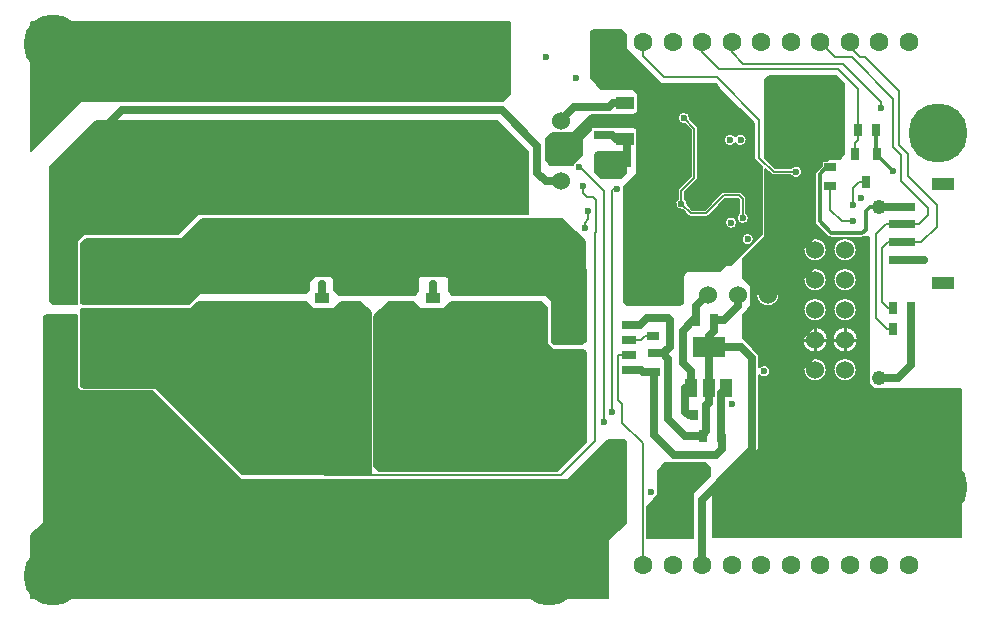
<source format=gbl>
%FSLAX34Y34*%
%MOMM*%
G04 EasyPC Gerber Version 18.0.6 Build 3620 *
%ADD20R,0.65000X1.00000*%
%ADD88R,0.80000X0.90000*%
%ADD107R,0.80000X1.00000*%
%ADD77R,1.01000X1.50000*%
%ADD24R,1.70000X2.76000*%
%ADD10C,0.12700*%
%ADD106C,0.16000*%
%ADD82C,0.25000*%
%ADD76C,0.30000*%
%ADD105C,0.60000*%
%ADD75C,0.63500*%
%ADD72C,1.21920*%
%ADD14C,1.52400*%
%ADD89C,1.60000*%
%ADD83C,3.50000*%
%ADD13C,5.00000*%
%ADD25R,1.00000X0.65000*%
%ADD86R,1.30000X0.76000*%
%ADD108R,0.90000X0.80000*%
%ADD109R,2.20000X0.80000*%
%ADD21R,1.30000X0.90000*%
%ADD23R,1.50000X1.01000*%
%ADD110R,1.90000X1.10000*%
%ADD78R,2.76000X1.70000*%
X0Y0D02*
D02*
D10*
X43225Y96240D02*
Y43240D01*
X531875*
Y91890*
X546875Y106890*
Y174890*
X544875Y176890*
X531875*
X497875Y142890*
X220875*
X145875Y217890*
X84875*
X81875Y220890*
Y281890*
X80875Y282890*
X55875*
X53875Y280890*
Y106890*
X43225Y96240*
G36*
Y43240*
X531875*
Y91890*
X546875Y106890*
Y174890*
X544875Y176890*
X531875*
X497875Y142890*
X220875*
X145875Y217890*
X84875*
X81875Y220890*
Y281890*
X80875Y282890*
X55875*
X53875Y280890*
Y106890*
X43225Y96240*
G37*
Y421240D02*
X85875Y463890D01*
X442875*
X448875Y469890*
Y530540*
X43225*
Y421240*
G36*
X85875Y463890*
X442875*
X448875Y469890*
Y530540*
X43225*
Y421240*
G37*
X58875Y407890D02*
Y294890D01*
X61875Y291890*
X81875*
Y344890*
X87875Y350890*
X167875*
X184875Y367890*
X463875*
Y420890*
X437875Y446890*
X97875*
X58875Y407890*
G36*
Y294890*
X61875Y291890*
X81875*
Y344890*
X87875Y350890*
X167875*
X184875Y367890*
X463875*
Y420890*
X437875Y446890*
X97875*
X58875Y407890*
G37*
X85875Y287890D02*
Y222890D01*
X87875Y220890*
X148875*
X221875Y147890*
X329875*
X330875Y148890*
Y284890*
X321875Y293890*
X305875*
X299875Y287890*
X281875*
X275875Y293890*
X184875*
X178875Y287890*
X85875*
G36*
Y222890*
X87875Y220890*
X148875*
X221875Y147890*
X329875*
X330875Y148890*
Y284890*
X321875Y293890*
X305875*
X299875Y287890*
X281875*
X275875Y293890*
X184875*
X178875Y287890*
X85875*
G37*
X89875Y346890D02*
X85875Y342890D01*
Y292890*
X86875Y291890*
X176875*
X185875Y300890*
X275875*
X278875Y303890*
Y310890*
X283875Y315890*
X296875*
X299875Y312890*
Y303890*
X303875Y299890*
X367875*
X370875Y302890*
Y313890*
X372875Y315890*
X394875*
X396875Y313890*
Y302890*
X399875Y299890*
X477875*
X459875Y317890*
Y318890*
X483875Y294890*
Y259890*
X485875Y257890*
X509875*
X512875Y260890*
Y320890*
X511875Y321890*
Y344890*
X492875Y363890*
X187875*
X170875Y346890*
X89875*
G36*
X85875Y342890*
Y292890*
X86875Y291890*
X176875*
X185875Y300890*
X275875*
X278875Y303890*
Y310890*
X283875Y315890*
X296875*
X299875Y312890*
Y303890*
X303875Y299890*
X367875*
X370875Y302890*
Y313890*
X372875Y315890*
X394875*
X396875Y313890*
Y302890*
X399875Y299890*
X477875*
X459875Y317890*
Y318890*
X483875Y294890*
Y259890*
X485875Y257890*
X509875*
X512875Y260890*
Y320890*
X511875Y321890*
Y344890*
X492875Y363890*
X187875*
X170875Y346890*
X89875*
G37*
X333875Y154890D02*
X337875Y150890D01*
X488875*
X512875Y174890*
Y250890*
X510875Y252890*
X484875*
X479875Y257890*
Y288890*
X474875Y293890*
X398875*
X392875Y287890*
X372875*
X366875Y293890*
X345875*
X333875Y281890*
Y154890*
G36*
X337875Y150890*
X488875*
X512875Y174890*
Y250890*
X510875Y252890*
X484875*
X479875Y257890*
Y288890*
X474875Y293890*
X398875*
X392875Y287890*
X372875*
X366875Y293890*
X345875*
X333875Y281890*
Y154890*
G37*
X490835Y436890D02*
X483875D01*
X478875Y431890*
Y413890*
X482875Y409890*
X501875*
X502170Y410185*
G75*
G02X504580Y412595I4704J-2294*
G01*
X509875Y417890*
Y431890*
X517140Y439155*
Y441625*
X519610*
X519875Y441890*
X553875*
X555875Y439890*
Y401890*
X544875Y390890*
Y293890*
X547875Y290890*
X592875*
X594875Y292890*
Y315890*
X598875Y319890*
X626875*
X631875Y324890*
X635875*
X661875Y350890*
Y407890*
X654875Y414890*
Y444890*
X625875Y473890*
Y474890*
X622875Y477890*
X576875*
X546875Y507890*
Y519890*
X542875Y523890*
X518875*
X516875Y521890*
Y482890*
X525875Y473890*
X552875*
X556875Y469890*
Y454890*
X553875Y451890*
X516875*
X501875Y436890*
X492915*
G75*
G02X490835I-1040J9804*
G01*
X590840Y381155D02*
Y387890D01*
G75*
G02X591729Y390036I3035*
G01*
X601840Y400147*
Y439033*
X596745Y444128*
G75*
G02X590640Y449290I-870J5162*
G01*
G75*
G02X601110I5235*
G01*
G75*
G02X601037Y448420I-5235J1*
G01*
X607021Y442436*
G75*
G02X607910Y440290I-2146J-2146*
G01*
Y398890*
G75*
G02X607021Y396744I-3035*
G01*
X596910Y386633*
Y381155*
G75*
G02X599037Y376020I-3035J-4265*
G01*
X603132Y371925*
X613618*
X627729Y386036*
G75*
G02X629875Y386925I2146J-2146*
G01*
X642875*
G75*
G02X645021Y386036J-3035*
G01*
X648021Y383036*
G75*
G02X648910Y380890I-2146J-2146*
G01*
Y369155*
G75*
G02X651110Y364890I-3035J-4265*
G01*
G75*
G02X640640I-5235*
G01*
G75*
G02X642840Y369155I5235*
G01*
Y379633*
X641618Y380855*
X631132*
X617021Y366744*
G75*
G02X614875Y365855I-2146J2146*
G01*
X601875*
G75*
G02X599729Y366744J3035*
G01*
X594745Y371728*
G75*
G02X590840Y381155I-870J5162*
G01*
X630640Y360890D02*
G75*
G02X641110I5235D01*
G01*
G75*
G02X630640I-5235*
G01*
X639375Y428215D02*
G75*
G02X629640Y430890I-4500J2675D01*
G01*
G75*
G02X639375Y433565I5235*
G01*
G75*
G02X649110Y430890I4500J-2675*
G01*
G75*
G02X639375Y428215I-5235*
G01*
X644640Y346890D02*
G75*
G02X655110I5235D01*
G01*
G75*
G02X644640I-5235*
G01*
X555875Y407090D02*
G36*
Y401890D01*
X544875Y390890*
Y360890*
X630640*
G75*
G02X641110I5235*
G01*
X642498*
G75*
G02X640640Y364890I3377J4000*
G01*
G75*
G02X642840Y369155I5235*
G01*
Y379633*
X641618Y380855*
X631132*
X617021Y366744*
G75*
G02X614875Y365855I-2146J2146*
G01*
X601875*
G75*
G02X599729Y366744J3035*
G01*
X594745Y371728*
G75*
G02X590840Y381155I-870J5162*
G01*
Y387890*
G75*
G02X591729Y390036I3035*
G01*
X601840Y400147*
Y407090*
X555875*
G37*
X601840D02*
G36*
Y430890D01*
X555875*
Y407090*
X601840*
G37*
X607910D02*
G36*
Y398890D01*
G75*
G02X607021Y396744I-3035*
G01*
X596910Y386633*
Y381155*
G75*
G02X599037Y376020I-3035J-4265*
G01*
X603132Y371925*
X613618*
X627729Y386036*
G75*
G02X629875Y386925I2146J-2146*
G01*
X642875*
G75*
G02X645021Y386036J-3035*
G01*
X648021Y383036*
G75*
G02X648910Y380890I-2146J-2146*
G01*
Y369155*
G75*
G02X651110Y364890I-3035J-4265*
G01*
G75*
G02X649252Y360890I-5235*
G01*
X661875*
Y407090*
X607910*
G37*
X661875D02*
G36*
Y407890D01*
X654875Y414890*
Y430890*
X649110*
G75*
G02X639375Y428215I-5235*
G01*
G75*
G02X629640Y430890I-4500J2675*
G01*
X607910*
Y407090*
X661875*
G37*
X544875Y360890D02*
G36*
Y346890D01*
X644640*
G75*
G02X655110I5235*
G01*
X657875*
X661875Y350890*
Y360890*
X649252*
G75*
G02X642498I-3377J4000*
G01*
X641110*
G75*
G02X630640I-5235*
G01*
X544875*
G37*
X601840Y430890D02*
G36*
Y439033D01*
X596745Y444128*
G75*
G02X590640Y449290I-870J5162*
G01*
G75*
G02X601110I5235*
G01*
G75*
G02X601037Y448420I-5235J1*
G01*
X607021Y442436*
G75*
G02X607910Y440290I-2146J-2146*
G01*
Y430890*
X629640*
G75*
G02X639375Y433565I5235*
G01*
G75*
G02X649110Y430890I4500J-2675*
G01*
X654875*
Y444890*
X625875Y473890*
Y474890*
X622875Y477890*
X576875*
X546875Y507890*
Y519890*
X542875Y523890*
X518875*
X516875Y521890*
Y482890*
X525875Y473890*
X552875*
X556875Y469890*
Y454890*
X553875Y451890*
X516875*
X501875Y436890*
X492915*
G75*
G02X490835I-1040J9804*
G01*
X483875*
X478875Y431890*
Y413890*
X482875Y409890*
X501875*
X502170Y410185*
G75*
G02X504580Y412595I4704J-2294*
G01*
X509875Y417890*
Y431890*
X517140Y439155*
Y441625*
X519610*
X519875Y441890*
X553875*
X555875Y439890*
Y430890*
X601840*
G37*
X544875Y346890D02*
G36*
Y293890D01*
X547875Y290890*
X592875*
X594875Y292890*
Y315890*
X598875Y319890*
X626875*
X631875Y324890*
X635875*
X657875Y346890*
X655110*
G75*
G02X644640I-5235*
G01*
X544875*
G37*
X520875Y403890D02*
X525875Y398890D01*
X542875*
X546875Y402890*
Y417890*
X543875Y420890*
X522875*
X520875Y418890*
Y403890*
G36*
X525875Y398890*
X542875*
X546875Y402890*
Y417890*
X543875Y420890*
X522875*
X520875Y418890*
Y403890*
G37*
X564410Y93890D02*
X603875D01*
Y131890*
X617875Y145890*
Y152890*
X613875Y156890*
X579875*
X573875Y150890*
Y129890*
X564410Y120425*
Y93890*
G36*
X603875*
Y131890*
X617875Y145890*
Y152890*
X613875Y156890*
X579875*
X573875Y150890*
Y129890*
X564410Y120425*
Y93890*
G37*
X659875Y231513D02*
Y168890D01*
X620875Y129890*
Y94890*
X830525*
Y219890*
X756875*
X752875Y223890*
Y226565*
G75*
G02Y231215I8000J2325*
G01*
Y348890*
X749100*
G75*
G02X746875Y348155I-2225J3000*
G01*
X720875*
G75*
G02X718650Y348890J3735*
G01*
X717875*
X706875Y359890*
Y402890*
X707523Y403538*
G75*
G02X708234Y404531I3353J-1650*
G01*
X712640Y408937*
Y413125*
X717110*
X718875Y414890*
X727875*
X731875Y418890*
Y477890*
X724875Y484890*
X667875*
X664875Y481890*
Y415182*
X673132Y406925*
X686610*
G75*
G02X696110Y403890I4265J-3035*
G01*
G75*
G02X686610Y400855I-5235*
G01*
X671875*
G75*
G02X669729Y401744J3035*
G01*
X664875Y406598*
Y348890*
X645875Y329890*
Y313890*
X652875Y306890*
Y289890*
X645875Y282890*
Y262890*
X659875Y248890*
Y238267*
G75*
G02X669110Y234890I4000J-3377*
G01*
G75*
G02X659875Y231513I-5235*
G01*
X676730Y299890D02*
G75*
G02X657020I-9855D01*
G01*
G75*
G02X676730I9855*
G01*
X706975Y246145D02*
G75*
G02Y226435J-9855D01*
G01*
G75*
G02Y246145J9855*
G01*
Y272485D02*
G75*
G02Y250895J-10795D01*
G01*
G75*
G02Y272485J10795*
G01*
Y296945D02*
G75*
G02Y277235J-9855D01*
G01*
G75*
G02Y296945J9855*
G01*
Y322345D02*
G75*
G02Y302635J-9855D01*
G01*
G75*
G02Y322345J9855*
G01*
Y347745D02*
G75*
G02Y328035J-9855D01*
G01*
G75*
G02Y347745J9855*
G01*
X732375Y246145D02*
G75*
G02Y226435J-9855D01*
G01*
G75*
G02Y246145J9855*
G01*
Y272485D02*
G75*
G02Y250895J-10795D01*
G01*
G75*
G02Y272485J10795*
G01*
Y296945D02*
G75*
G02Y277235J-9855D01*
G01*
G75*
G02Y296945J9855*
G01*
Y322345D02*
G75*
G02Y302635J-9855D01*
G01*
G75*
G02Y322345J9855*
G01*
Y347745D02*
G75*
G02Y328035J-9855D01*
G01*
G75*
G02Y347745J9855*
G01*
X652875Y299890D02*
G36*
Y289890D01*
X650075Y287090*
X697120*
G75*
G02X706975Y296945I9855*
G01*
G75*
G02X716830Y287090J-9855*
G01*
X722520*
G75*
G02X732375Y296945I9855*
G01*
G75*
G02X742230Y287090J-9855*
G01*
X752875*
Y299890*
X676730*
G75*
G02X657020I-9855*
G01*
X652875*
G37*
X657020D02*
G36*
G75*
G02X676730I9855D01*
G01*
X752875*
Y312490*
X742230*
G75*
G02X732375Y302635I-9855*
G01*
G75*
G02X722520Y312490J9855*
G01*
X716830*
G75*
G02X706975Y302635I-9855*
G01*
G75*
G02X697120Y312490J9855*
G01*
X647275*
X652875Y306890*
Y299890*
X657020*
G37*
X668919Y236290D02*
G36*
G75*
G02X669110Y234890I-5044J-1401D01*
G01*
G75*
G02X659875Y231513I-5235*
G01*
Y168890*
X620875Y129890*
Y94890*
X830525*
Y219890*
X756875*
X752875Y223890*
Y226565*
G75*
G02Y231215I8000J2325*
G01*
Y236290*
X742230*
G75*
G02X732375Y226435I-9855*
G01*
G75*
G02X722520Y236290J9855*
G01*
X716830*
G75*
G02X706975Y226435I-9855*
G01*
G75*
G02X697120Y236290J9855*
G01*
X668919*
G37*
X697120D02*
G36*
G75*
G02X706975Y246145I9855D01*
G01*
G75*
G02X716830Y236290J-9855*
G01*
X722520*
G75*
G02X732375Y246145I9855*
G01*
G75*
G02X742230Y236290J-9855*
G01*
X752875*
Y261690*
X743170*
G75*
G02X732375Y250895I-10795*
G01*
G75*
G02X721580Y261690J10795*
G01*
X717770*
G75*
G02X706975Y250895I-10795*
G01*
G75*
G02X696180Y261690J10795*
G01*
X647075*
X659875Y248890*
Y238267*
G75*
G02X668919Y236290I4000J-3377*
G01*
X697120*
G37*
X696180Y261690D02*
G36*
G75*
G02X706975Y272485I10795D01*
G01*
G75*
G02X717770Y261690J-10795*
G01*
X721580*
G75*
G02X732375Y272485I10795*
G01*
G75*
G02X743170Y261690J-10795*
G01*
X752875*
Y287090*
X742230*
G75*
G02X732375Y277235I-9855*
G01*
G75*
G02X722520Y287090J9855*
G01*
X716830*
G75*
G02X706975Y277235I-9855*
G01*
G75*
G02X697120Y287090J9855*
G01*
X650075*
X645875Y282890*
Y262890*
X647075Y261690*
X696180*
G37*
X697120Y312490D02*
G36*
G75*
G02X706975Y322345I9855D01*
G01*
G75*
G02X716830Y312490J-9855*
G01*
X722520*
G75*
G02X732375Y322345I9855*
G01*
G75*
G02X742230Y312490J-9855*
G01*
X752875*
Y337890*
X742230*
G75*
G02X732375Y328035I-9855*
G01*
G75*
G02X722520Y337890J9855*
G01*
X716830*
G75*
G02X706975Y328035I-9855*
G01*
G75*
G02X697120Y337890J9855*
G01*
X653875*
X645875Y329890*
Y313890*
X647275Y312490*
X697120*
G37*
Y337890D02*
G36*
G75*
G02X706975Y347745I9855D01*
G01*
G75*
G02X716830Y337890J-9855*
G01*
X722520*
G75*
G02X732375Y347745I9855*
G01*
G75*
G02X742230Y337890J-9855*
G01*
X752875*
Y348890*
X749100*
G75*
G02X746875Y348155I-2225J3000*
G01*
X720875*
G75*
G02X718650Y348890J3735*
G01*
X717875*
X706875Y359890*
Y402890*
X707523Y403538*
G75*
G02X708234Y404531I3353J-1650*
G01*
X712640Y408937*
Y413125*
X717110*
X718875Y414890*
X727875*
X731875Y418890*
Y477890*
X724875Y484890*
X667875*
X664875Y481890*
Y415182*
X673132Y406925*
X686610*
G75*
G02X696110Y403890I4265J-3035*
G01*
G75*
G02X686610Y400855I-5235*
G01*
X671875*
G75*
G02X669729Y401744J3035*
G01*
X664875Y406598*
Y348890*
X653875Y337890*
X697120*
G37*
D02*
D13*
X61875Y61890D02*
D03*
Y511890D02*
D03*
X481875Y61890D02*
D03*
X810875Y136890D02*
D03*
Y436890D02*
D03*
D02*
D14*
X491875Y395890D02*
D03*
Y421290D02*
D03*
Y446690D02*
D03*
X616075Y299890D02*
D03*
X641475D02*
D03*
X666875D02*
D03*
X706975Y236290D02*
D03*
Y261690D02*
D03*
Y287090D02*
D03*
Y312490D02*
D03*
Y337890D02*
D03*
X732375Y236290D02*
D03*
Y261690D02*
D03*
Y287090D02*
D03*
Y312490D02*
D03*
Y337890D02*
D03*
D02*
D20*
X548125Y412890D02*
D03*
X563625D02*
D03*
X606125Y278290D02*
D03*
X612125Y180290D02*
D03*
X621625Y278290D02*
D03*
X627625Y180290D02*
D03*
X743125Y438890D02*
D03*
X758625D02*
D03*
X773125Y270890D02*
D03*
Y288890D02*
D03*
X788625Y270890D02*
D03*
Y288890D02*
D03*
D02*
D21*
X70625Y277140D02*
D03*
Y297140D02*
D03*
X142875Y276890D02*
D03*
Y296890D02*
D03*
X287875Y138890D02*
D03*
Y158890D02*
D03*
X289875Y276890D02*
D03*
Y296890D02*
D03*
X383875Y137890D02*
D03*
Y157890D02*
D03*
Y276890D02*
D03*
Y296890D02*
D03*
D02*
D23*
X545675Y431890D02*
D03*
Y446890D02*
D03*
Y461890D02*
D03*
D02*
D24*
X580075Y446890D02*
D03*
D02*
D25*
X569875Y264540D02*
D03*
Y280040D02*
D03*
X570875Y234540D02*
D03*
Y250040D02*
D03*
X719875Y392140D02*
D03*
Y407640D02*
D03*
D02*
D72*
X760875Y228890D02*
D03*
Y374390D02*
D03*
D02*
D75*
X289875Y296890D02*
Y308890D01*
X383875Y296890D02*
Y308890D01*
X491875Y395890D02*
X478875D01*
X471875Y402890*
Y425890*
X441875Y455890*
X119875*
X108875Y444890*
Y381890*
X107875Y380890*
X491875Y446690D02*
Y447390D01*
X502875Y458390*
X523875*
X532375*
X535875Y461890*
X545675*
Y431890D02*
X538375D01*
X534875Y435390*
X523875*
X548125Y412890D02*
X542875D01*
X538875Y408890*
Y403890*
X548125Y412890D02*
Y429440D01*
X545675Y431890*
X569875Y280040D02*
X582125D01*
X583875Y278290*
Y255790*
X578125Y250040*
X569875Y280040D02*
X564525D01*
X558875Y274390*
X549275*
X570875Y234540D02*
Y181290D01*
X587875Y164290*
X622875*
X627875Y169290*
Y180040*
X627625Y180290*
X570875Y234540D02*
X561625D01*
X559875Y236290*
X549275*
X570875Y250040D02*
X578125D01*
X582875Y245290*
Y194290*
X596875Y180290*
X612125*
X580075Y446890D02*
X545675D01*
X601875Y221090D02*
X596875D01*
Y200290*
X599875Y198290*
X604375*
X606125Y278290D02*
X603875D01*
X594875Y269290*
Y242290*
X601875Y235290*
Y221090*
X616075Y299890D02*
X615875D01*
X605875Y289890*
Y278290*
X606125*
X616875Y221090D02*
Y208290D01*
X614875Y206290*
Y184040*
X612125Y181290*
Y180290*
X616875Y255490D02*
X644675D01*
X653875Y246290*
Y169290*
X610875Y126290*
Y85790*
X611375Y85290*
Y70890*
X616875Y255490D02*
Y221090D01*
Y255490D02*
Y264540D01*
X621625Y269290*
Y278290*
X627375Y198290D02*
Y216590D01*
X631875Y221090*
X627625Y180290D02*
Y198040D01*
X627375Y198290*
X641475Y299890D02*
Y289890D01*
X629875Y278290*
X621625*
X760875Y228890D02*
X776875D01*
X787875Y239890*
Y270140*
X788625Y270890*
X780875Y329390D02*
X798875D01*
X780875Y374390D02*
X760875D01*
X788625Y288890D02*
Y270890D01*
D02*
D76*
X719875Y407640D02*
X716625D01*
X710875Y401890*
Y361890*
X720875Y351890*
X746875*
X749875Y354890*
Y370390*
X753875Y374390*
X760875*
X758625Y438890D02*
Y419750D01*
X759375Y419000*
Y418390*
X772875Y404890*
D02*
D77*
X601875Y221090D02*
D03*
X616875D02*
D03*
X631875D02*
D03*
D02*
D78*
X616875Y255490D02*
D03*
D02*
D82*
X65375Y297140D02*
X60335D01*
X70625Y300390D02*
Y305430D01*
X75875Y297140D02*
X80915D01*
X91625Y256890D02*
X86585D01*
X91625Y318890D02*
X86585D01*
X91625Y380890D02*
X86585D01*
X107875Y240640D02*
Y235600D01*
Y273140D02*
Y278180D01*
Y302640D02*
Y297600D01*
Y335140D02*
Y340180D01*
Y364640D02*
Y359600D01*
Y397140D02*
Y402180D01*
X124125Y256890D02*
X129165D01*
X124125Y318890D02*
X129165D01*
X124125Y380890D02*
X129165D01*
X133125Y312890D02*
X128085D01*
X133125Y336890D02*
X128085D01*
X133638Y323653D02*
X130074Y320089D01*
X133638Y326127D02*
X130074Y329691D01*
X134125Y240890D02*
X129085D01*
X134638Y227653D02*
X131074Y224089D01*
X134638Y230127D02*
X131074Y233691D01*
X134638Y251653D02*
X131074Y248089D01*
X134638Y254127D02*
X131074Y257691D01*
X134875Y311140D02*
Y306100D01*
Y314640D02*
Y319680D01*
Y335140D02*
Y330100D01*
Y338640D02*
Y343680D01*
X135875Y239140D02*
Y234100D01*
Y242640D02*
Y247680D01*
X136112Y323653D02*
X139676Y320089D01*
X136112Y326127D02*
X139676Y329691D01*
X136625Y312890D02*
X141665D01*
X136625Y336890D02*
X141665D01*
X137112Y227653D02*
X140676Y224089D01*
X137112Y230127D02*
X140676Y233691D01*
X137112Y251653D02*
X140676Y248089D01*
X137112Y254127D02*
X140676Y257691D01*
X137625Y240890D02*
X142665D01*
X137625Y276890D02*
X132585D01*
X137625Y296890D02*
X132585D01*
X142875Y273640D02*
Y268600D01*
Y280140D02*
Y285180D01*
Y300140D02*
Y305180D01*
X145125Y324890D02*
X140085D01*
X145638Y311653D02*
X142074Y308089D01*
X145638Y314127D02*
X142074Y317691D01*
X145638Y335653D02*
X142074Y332089D01*
X145638Y338127D02*
X142074Y341691D01*
X146125Y228890D02*
X141085D01*
X146125Y252890D02*
X141085D01*
X146638Y239653D02*
X143074Y236089D01*
X146638Y242127D02*
X143074Y245691D01*
X146875Y323140D02*
Y318100D01*
Y326640D02*
Y331680D01*
X147875Y227140D02*
Y222100D01*
Y230640D02*
Y235680D01*
Y251140D02*
Y246100D01*
Y254640D02*
Y259680D01*
X148112Y311653D02*
X151676Y308089D01*
X148112Y314127D02*
X151676Y317691D01*
X148112Y335653D02*
X151676Y332089D01*
X148112Y338127D02*
X151676Y341691D01*
X148125Y276890D02*
X153165D01*
X148125Y296890D02*
X153165D01*
X148625Y324890D02*
X153665D01*
X149112Y239653D02*
X152676Y236089D01*
X149112Y242127D02*
X152676Y245691D01*
X149625Y228890D02*
X154665D01*
X149625Y252890D02*
X154665D01*
X155125Y62890D02*
X150085D01*
X155125Y86890D02*
X150085D01*
X156875Y61140D02*
Y56100D01*
Y64640D02*
Y69680D01*
Y85140D02*
Y80100D01*
Y88640D02*
Y93680D01*
X157125Y312890D02*
X152085D01*
X157125Y336890D02*
X152085D01*
X157638Y299653D02*
X154074Y296089D01*
X157638Y302127D02*
X154074Y305691D01*
X157638Y323653D02*
X154074Y320089D01*
X157638Y326127D02*
X154074Y329691D01*
X158125Y240890D02*
X153085D01*
X158125Y264890D02*
X153085D01*
X158625Y62890D02*
X163665D01*
X158625Y86890D02*
X163665D01*
X158638Y227653D02*
X155074Y224089D01*
X158638Y230127D02*
X155074Y233691D01*
X158638Y251653D02*
X155074Y248089D01*
X158638Y254127D02*
X155074Y257691D01*
X158638Y275653D02*
X155074Y272089D01*
X158638Y278127D02*
X155074Y281691D01*
X158875Y311140D02*
Y306100D01*
Y314640D02*
Y319680D01*
Y335140D02*
Y330100D01*
Y338640D02*
Y343680D01*
X159875Y239140D02*
Y234100D01*
Y242640D02*
Y247680D01*
Y263140D02*
Y258100D01*
Y266640D02*
Y271680D01*
X160112Y299653D02*
X163676Y296089D01*
X160112Y302127D02*
X163676Y305691D01*
X160112Y323653D02*
X163676Y320089D01*
X160112Y326127D02*
X163676Y329691D01*
X160625Y312890D02*
X165665D01*
X160625Y336890D02*
X165665D01*
X161112Y227653D02*
X164676Y224089D01*
X161112Y230127D02*
X164676Y233691D01*
X161112Y251653D02*
X164676Y248089D01*
X161112Y254127D02*
X164676Y257691D01*
X161112Y275653D02*
X164676Y272089D01*
X161112Y278127D02*
X164676Y281691D01*
X161625Y240890D02*
X166665D01*
X161625Y264890D02*
X166665D01*
X167125Y74890D02*
X162085D01*
X168875Y73140D02*
Y68100D01*
Y76640D02*
Y81680D01*
X169125Y300890D02*
X164085D01*
X169125Y324890D02*
X164085D01*
X169638Y311653D02*
X166074Y308089D01*
X169638Y314127D02*
X166074Y317691D01*
X169638Y335653D02*
X166074Y332089D01*
X169638Y338127D02*
X166074Y341691D01*
X170125Y228890D02*
X165085D01*
X170125Y252890D02*
X165085D01*
X170125Y276890D02*
X165085D01*
X170625Y74890D02*
X175665D01*
X170638Y215653D02*
X167074Y212089D01*
X170638Y218127D02*
X167074Y221691D01*
X170638Y239653D02*
X167074Y236089D01*
X170638Y242127D02*
X167074Y245691D01*
X170638Y263653D02*
X167074Y260089D01*
X170638Y266127D02*
X167074Y269691D01*
X170875Y299140D02*
Y294100D01*
Y302640D02*
Y307680D01*
Y323140D02*
Y318100D01*
Y326640D02*
Y331680D01*
X171875Y227140D02*
Y222100D01*
Y230640D02*
Y235680D01*
Y251140D02*
Y246100D01*
Y254640D02*
Y259680D01*
Y275140D02*
Y270100D01*
Y278640D02*
Y283680D01*
X172112Y311653D02*
X175676Y308089D01*
X172112Y314127D02*
X175676Y317691D01*
X172112Y335653D02*
X175676Y332089D01*
X172112Y338127D02*
X175676Y341691D01*
X172625Y300890D02*
X177665D01*
X172625Y324890D02*
X177665D01*
X173112Y215653D02*
X176676Y212089D01*
X173112Y218127D02*
X176676Y221691D01*
X173112Y239653D02*
X176676Y236089D01*
X173112Y242127D02*
X176676Y245691D01*
X173112Y263653D02*
X176676Y260089D01*
X173112Y266127D02*
X176676Y269691D01*
X173625Y228890D02*
X178665D01*
X173625Y252890D02*
X178665D01*
X173625Y276890D02*
X178665D01*
X179125Y62890D02*
X174085D01*
X179125Y86890D02*
X174085D01*
X180875Y61140D02*
Y56100D01*
Y64640D02*
Y69680D01*
Y85140D02*
Y80100D01*
Y88640D02*
Y93680D01*
X181125Y312890D02*
X176085D01*
X181125Y336890D02*
X176085D01*
X181638Y299653D02*
X178074Y296089D01*
X181638Y302127D02*
X178074Y305691D01*
X181638Y323653D02*
X178074Y320089D01*
X181638Y326127D02*
X178074Y329691D01*
X182125Y216890D02*
X177085D01*
X182125Y240890D02*
X177085D01*
X182125Y264890D02*
X177085D01*
X182625Y62890D02*
X187665D01*
X182625Y86890D02*
X187665D01*
X182638Y227653D02*
X179074Y224089D01*
X182638Y230127D02*
X179074Y233691D01*
X182638Y251653D02*
X179074Y248089D01*
X182638Y254127D02*
X179074Y257691D01*
X182638Y275653D02*
X179074Y272089D01*
X182638Y278127D02*
X179074Y281691D01*
X182875Y311140D02*
Y306100D01*
Y314640D02*
Y319680D01*
Y335140D02*
Y330100D01*
Y338640D02*
Y343680D01*
X183875Y215140D02*
Y210100D01*
Y218640D02*
Y223680D01*
Y239140D02*
Y234100D01*
Y242640D02*
Y247680D01*
Y263140D02*
Y258100D01*
Y266640D02*
Y271680D01*
X184112Y302127D02*
X187676Y305691D01*
X184112Y323653D02*
X187676Y320089D01*
X184112Y326127D02*
X187676Y329691D01*
X184625Y312890D02*
X189665D01*
X184625Y336890D02*
X189665D01*
X185112Y227653D02*
X188676Y224089D01*
X185112Y230127D02*
X188676Y233691D01*
X185112Y251653D02*
X188676Y248089D01*
X185112Y254127D02*
X188676Y257691D01*
X185112Y275653D02*
X188676Y272089D01*
X185112Y278127D02*
X188676Y281691D01*
X185625Y216890D02*
X190665D01*
X185625Y240890D02*
X190665D01*
X185625Y264890D02*
X190665D01*
X191125Y74890D02*
X186085D01*
X192875Y73140D02*
Y68100D01*
Y76640D02*
Y81680D01*
X194625Y74890D02*
X199665D01*
X203125Y62890D02*
X198085D01*
X203125Y86890D02*
X198085D01*
X204875Y61140D02*
Y56100D01*
Y64640D02*
Y69680D01*
Y85140D02*
Y80100D01*
Y88640D02*
Y93680D01*
X205125Y392890D02*
X200085D01*
X205125Y416890D02*
X200085D01*
X205125Y482890D02*
X200085D01*
X205125Y506890D02*
X200085D01*
X205638Y379653D02*
X202074Y376089D01*
X205638Y382127D02*
X202074Y385691D01*
X205638Y403653D02*
X202074Y400089D01*
X205638Y406127D02*
X202074Y409691D01*
X205638Y469653D02*
X202074Y466089D01*
X205638Y472127D02*
X202074Y475691D01*
X205638Y493653D02*
X202074Y490089D01*
X205638Y496127D02*
X202074Y499691D01*
X206625Y62890D02*
X211665D01*
X206625Y86890D02*
X211665D01*
X206875Y391140D02*
Y386100D01*
Y394640D02*
Y399680D01*
Y415140D02*
Y410100D01*
Y418640D02*
Y423680D01*
Y481140D02*
Y476100D01*
Y484640D02*
Y489680D01*
Y505140D02*
Y500100D01*
Y508640D02*
Y513680D01*
X208112Y379653D02*
X211676Y376089D01*
X208112Y382127D02*
X211676Y385691D01*
X208112Y403653D02*
X211676Y400089D01*
X208112Y406127D02*
X211676Y409691D01*
X208112Y469653D02*
X211676Y466089D01*
X208112Y472127D02*
X211676Y475691D01*
X208112Y493653D02*
X211676Y490089D01*
X208112Y496127D02*
X211676Y499691D01*
X208625Y392890D02*
X213665D01*
X208625Y416890D02*
X213665D01*
X208625Y482890D02*
X213665D01*
X208625Y506890D02*
X213665D01*
X215125Y74890D02*
X210085D01*
X216125Y231890D02*
X211085D01*
X216875Y73140D02*
Y68100D01*
Y76640D02*
Y81680D01*
X217125Y380890D02*
X212085D01*
X217125Y404890D02*
X212085D01*
X217125Y494890D02*
X212085D01*
X217638Y391653D02*
X214074Y388089D01*
X217638Y394127D02*
X214074Y397691D01*
X217638Y415653D02*
X214074Y412089D01*
X217638Y418127D02*
X214074Y421691D01*
X217638Y469653D02*
X214074Y466089D01*
X217638Y472127D02*
X214074Y475691D01*
X217638Y481653D02*
X214074Y478089D01*
X217638Y484127D02*
X214074Y487691D01*
X217638Y505653D02*
X214074Y502089D01*
X217638Y508127D02*
X214074Y511691D01*
X217875Y230140D02*
Y225100D01*
Y233640D02*
Y238680D01*
X218625Y74890D02*
X223665D01*
X218875Y379140D02*
Y374100D01*
Y382640D02*
Y387680D01*
Y403140D02*
Y398100D01*
Y406640D02*
Y411680D01*
Y493140D02*
Y488100D01*
Y496640D02*
Y501680D01*
X219625Y231890D02*
X224665D01*
X220112Y391653D02*
X223676Y388089D01*
X220112Y394127D02*
X223676Y397691D01*
X220112Y415653D02*
X223676Y412089D01*
X220112Y418127D02*
X223676Y421691D01*
X220112Y469653D02*
X223676Y466089D01*
X220112Y472127D02*
X223676Y475691D01*
X220112Y481653D02*
X223676Y478089D01*
X220112Y484127D02*
X223676Y487691D01*
X220112Y505653D02*
X223676Y502089D01*
X220112Y508127D02*
X223676Y511691D01*
X220625Y380890D02*
X225665D01*
X220625Y404890D02*
X225665D01*
X220625Y494890D02*
X225665D01*
X227125Y62890D02*
X222085D01*
X227125Y86890D02*
X222085D01*
X228638Y230653D02*
X225074Y227089D01*
X228638Y233127D02*
X225074Y236691D01*
X228875Y61140D02*
Y56100D01*
Y64640D02*
Y69680D01*
Y85140D02*
Y80100D01*
Y88640D02*
Y93680D01*
X229125Y482890D02*
X224085D01*
X229125Y506890D02*
X224085D01*
X229638Y469653D02*
X226074Y466089D01*
X229638Y472127D02*
X226074Y475691D01*
X229638Y493653D02*
X226074Y490089D01*
X229638Y496127D02*
X226074Y499691D01*
X230625Y62890D02*
X235665D01*
X230625Y86890D02*
X235665D01*
X230875Y481140D02*
Y476100D01*
Y484640D02*
Y489680D01*
Y505140D02*
Y500100D01*
Y508640D02*
Y513680D01*
X231112Y230653D02*
X234676Y227089D01*
X231112Y233127D02*
X234676Y236691D01*
X232112Y469653D02*
X235676Y466089D01*
X232112Y472127D02*
X235676Y475691D01*
X232112Y493653D02*
X235676Y490089D01*
X232112Y496127D02*
X235676Y499691D01*
X232625Y482890D02*
X237665D01*
X232625Y506890D02*
X237665D01*
X239125Y74890D02*
X234085D01*
X240125Y231890D02*
X235085D01*
X240875Y73140D02*
Y68100D01*
Y76640D02*
Y81680D01*
X241875Y230140D02*
Y225100D01*
Y233640D02*
Y238680D01*
X242625Y74890D02*
X247665D01*
X243625Y231890D02*
X248665D01*
X251125Y62890D02*
X246085D01*
X251125Y86890D02*
X246085D01*
X252875Y61140D02*
Y56100D01*
Y64640D02*
Y69680D01*
Y85140D02*
Y80100D01*
Y88640D02*
Y93680D01*
X254625Y62890D02*
X259665D01*
X254625Y86890D02*
X259665D01*
X256125Y231890D02*
X251085D01*
X257875Y230140D02*
Y225100D01*
Y233640D02*
Y238680D01*
X259625Y231890D02*
X264665D01*
X263125Y74890D02*
X258085D01*
X264875Y73140D02*
Y68100D01*
Y76640D02*
Y81680D01*
X266625Y74890D02*
X271665D01*
X267125Y482890D02*
X262085D01*
X267125Y506890D02*
X262085D01*
X267638Y469653D02*
X264074Y466089D01*
X267638Y472127D02*
X264074Y475691D01*
X267638Y493653D02*
X264074Y490089D01*
X267638Y496127D02*
X264074Y499691D01*
X268638Y230653D02*
X265074Y227089D01*
X268638Y233127D02*
X265074Y236691D01*
X268875Y481140D02*
Y476100D01*
Y484640D02*
Y489680D01*
Y505140D02*
Y500100D01*
Y508640D02*
Y513680D01*
X270112Y469653D02*
X273676Y466089D01*
X270112Y472127D02*
X273676Y475691D01*
X270112Y493653D02*
X273676Y490089D01*
X270112Y496127D02*
X273676Y499691D01*
X270625Y482890D02*
X275665D01*
X270625Y506890D02*
X275665D01*
X271112Y230653D02*
X274676Y227089D01*
X271112Y233127D02*
X274676Y236691D01*
X275125Y62890D02*
X270085D01*
X275125Y86890D02*
X270085D01*
X275125Y392890D02*
X270085D01*
X275125Y416890D02*
X270085D01*
X275638Y379653D02*
X272074Y376089D01*
X275638Y382127D02*
X272074Y385691D01*
X275638Y403653D02*
X272074Y400089D01*
X275638Y406127D02*
X272074Y409691D01*
X276875Y61140D02*
Y56100D01*
Y64640D02*
Y69680D01*
Y85140D02*
Y80100D01*
Y88640D02*
Y93680D01*
Y391140D02*
Y386100D01*
Y394640D02*
Y399680D01*
Y415140D02*
Y410100D01*
Y418640D02*
Y423680D01*
X278112Y379653D02*
X281676Y376089D01*
X278112Y382127D02*
X281676Y385691D01*
X278112Y403653D02*
X281676Y400089D01*
X278112Y406127D02*
X281676Y409691D01*
X278625Y62890D02*
X283665D01*
X278625Y86890D02*
X283665D01*
X278625Y392890D02*
X283665D01*
X278625Y416890D02*
X283665D01*
X279125Y494890D02*
X274085D01*
X279638Y469653D02*
X276074Y466089D01*
X279638Y472127D02*
X276074Y475691D01*
X279638Y481653D02*
X276074Y478089D01*
X279638Y484127D02*
X276074Y487691D01*
X279638Y505653D02*
X276074Y502089D01*
X279638Y508127D02*
X276074Y511691D01*
X280125Y231890D02*
X275085D01*
X280875Y493140D02*
Y488100D01*
Y496640D02*
Y501680D01*
X281875Y230140D02*
Y225100D01*
Y233640D02*
Y238680D01*
X282112Y469653D02*
X285676Y466089D01*
X282112Y472127D02*
X285676Y475691D01*
X282112Y481653D02*
X285676Y478089D01*
X282112Y484127D02*
X285676Y487691D01*
X282112Y505653D02*
X285676Y502089D01*
X282112Y508127D02*
X285676Y511691D01*
X282625Y158890D02*
X277585D01*
X282625Y494890D02*
X287665D01*
X283625Y231890D02*
X288665D01*
X284625Y276890D02*
X279585D01*
X287125Y74890D02*
X282085D01*
X287125Y380890D02*
X282085D01*
X287125Y404890D02*
X282085D01*
X287638Y391653D02*
X284074Y388089D01*
X287638Y394127D02*
X284074Y397691D01*
X287638Y415653D02*
X284074Y412089D01*
X287638Y418127D02*
X284074Y421691D01*
X287875Y155640D02*
Y150600D01*
Y162140D02*
Y167180D01*
X288875Y73140D02*
Y68100D01*
Y76640D02*
Y81680D01*
Y379140D02*
Y374100D01*
Y382640D02*
Y387680D01*
Y403140D02*
Y398100D01*
Y406640D02*
Y411680D01*
X289875Y273640D02*
Y268600D01*
Y280140D02*
Y285180D01*
X290112Y391653D02*
X293676Y388089D01*
X290112Y394127D02*
X293676Y397691D01*
X290112Y415653D02*
X293676Y412089D01*
X290112Y418127D02*
X293676Y421691D01*
X290625Y74890D02*
X295665D01*
X290625Y380890D02*
X295665D01*
X290625Y404890D02*
X295665D01*
X291125Y482890D02*
X286085D01*
X291125Y506890D02*
X286085D01*
X291638Y469653D02*
X288074Y466089D01*
X291638Y472127D02*
X288074Y475691D01*
X291638Y493653D02*
X288074Y490089D01*
X291638Y496127D02*
X288074Y499691D01*
X292875Y481140D02*
Y476100D01*
Y484640D02*
Y489680D01*
Y505140D02*
Y500100D01*
Y508640D02*
Y513680D01*
X293125Y158890D02*
X298165D01*
X294112Y469653D02*
X297676Y466089D01*
X294112Y472127D02*
X297676Y475691D01*
X294112Y493653D02*
X297676Y490089D01*
X294112Y496127D02*
X297676Y499691D01*
X294625Y482890D02*
X299665D01*
X294625Y506890D02*
X299665D01*
X295125Y276890D02*
X300165D01*
X298125Y223890D02*
X293085D01*
X298125Y247890D02*
X293085D01*
X298638Y210653D02*
X295074Y207089D01*
X298638Y213127D02*
X295074Y216691D01*
X298638Y234653D02*
X295074Y231089D01*
X298638Y237127D02*
X295074Y240691D01*
X298638Y258653D02*
X295074Y255089D01*
X298638Y261127D02*
X295074Y264691D01*
X299125Y62890D02*
X294085D01*
X299125Y86890D02*
X294085D01*
X299125Y110890D02*
X294085D01*
X299875Y222140D02*
Y217100D01*
Y225640D02*
Y230680D01*
Y246140D02*
Y241100D01*
Y249640D02*
Y254680D01*
X300875Y61140D02*
Y56100D01*
Y64640D02*
Y69680D01*
Y85140D02*
Y80100D01*
Y88640D02*
Y93680D01*
Y109140D02*
Y104100D01*
Y112640D02*
Y117680D01*
X301112Y210653D02*
X304676Y207089D01*
X301112Y213127D02*
X304676Y216691D01*
X301112Y234653D02*
X304676Y231089D01*
X301112Y237127D02*
X304676Y240691D01*
X301112Y258653D02*
X304676Y255089D01*
X301112Y261127D02*
X304676Y264691D01*
X301625Y223890D02*
X306665D01*
X301625Y247890D02*
X306665D01*
X302625Y62890D02*
X307665D01*
X302625Y86890D02*
X307665D01*
X302625Y110890D02*
X307665D01*
X310125Y211890D02*
X305085D01*
X310125Y235890D02*
X305085D01*
X310125Y259890D02*
X305085D01*
X310638Y222653D02*
X307074Y219089D01*
X310638Y225127D02*
X307074Y228691D01*
X310638Y246653D02*
X307074Y243089D01*
X310638Y249127D02*
X307074Y252691D01*
X311125Y74890D02*
X306085D01*
X311125Y98890D02*
X306085D01*
X311125Y122890D02*
X306085D01*
X311875Y210140D02*
Y205100D01*
Y213640D02*
Y218680D01*
Y234140D02*
Y229100D01*
Y237640D02*
Y242680D01*
Y258140D02*
Y253100D01*
Y261640D02*
Y266680D01*
X312875Y73140D02*
Y68100D01*
Y76640D02*
Y81680D01*
Y97140D02*
Y92100D01*
Y100640D02*
Y105680D01*
Y121140D02*
Y116100D01*
Y124640D02*
Y129680D01*
X313112Y222653D02*
X316676Y219089D01*
X313112Y225127D02*
X316676Y228691D01*
X313112Y246653D02*
X316676Y243089D01*
X313112Y249127D02*
X316676Y252691D01*
X313625Y211890D02*
X318665D01*
X313625Y235890D02*
X318665D01*
X313625Y259890D02*
X318665D01*
X314625Y74890D02*
X319665D01*
X314625Y98890D02*
X319665D01*
X314625Y122890D02*
X319665D01*
X322638Y210653D02*
X319074Y207089D01*
X322638Y213127D02*
X319074Y216691D01*
X322638Y222653D02*
X319074Y219089D01*
X322638Y225127D02*
X319074Y228691D01*
X322638Y234653D02*
X319074Y231089D01*
X322638Y237127D02*
X319074Y240691D01*
X322638Y246653D02*
X319074Y243089D01*
X322638Y249127D02*
X319074Y252691D01*
X322638Y258653D02*
X319074Y255089D01*
X322638Y261127D02*
X319074Y264691D01*
X323125Y62890D02*
X318085D01*
X323125Y86890D02*
X318085D01*
X323125Y110890D02*
X318085D01*
X324875Y61140D02*
Y56100D01*
Y64640D02*
Y69680D01*
Y85140D02*
Y80100D01*
Y88640D02*
Y93680D01*
Y109140D02*
Y104100D01*
Y112640D02*
Y117680D01*
X325112Y210653D02*
X328676Y207089D01*
X325112Y213127D02*
X328676Y216691D01*
X325112Y222653D02*
X328676Y219089D01*
X325112Y225127D02*
X328676Y228691D01*
X325112Y234653D02*
X328676Y231089D01*
X325112Y237127D02*
X328676Y240691D01*
X325112Y246653D02*
X328676Y243089D01*
X325112Y249127D02*
X328676Y252691D01*
X325112Y258653D02*
X328676Y255089D01*
X325112Y261127D02*
X328676Y264691D01*
X326625Y62890D02*
X331665D01*
X326625Y86890D02*
X331665D01*
X326625Y110890D02*
X331665D01*
X332125Y482890D02*
X327085D01*
X332125Y506890D02*
X327085D01*
X332638Y469653D02*
X329074Y466089D01*
X332638Y472127D02*
X329074Y475691D01*
X332638Y493653D02*
X329074Y490089D01*
X332638Y496127D02*
X329074Y499691D01*
X333875Y481140D02*
Y476100D01*
Y484640D02*
Y489680D01*
Y505140D02*
Y500100D01*
Y508640D02*
Y513680D01*
X335112Y469653D02*
X338676Y466089D01*
X335112Y472127D02*
X338676Y475691D01*
X335112Y493653D02*
X338676Y490089D01*
X335112Y496127D02*
X338676Y499691D01*
X335125Y74890D02*
X330085D01*
X335125Y98890D02*
X330085D01*
X335125Y122890D02*
X330085D01*
X335625Y482890D02*
X340665D01*
X335625Y506890D02*
X340665D01*
X336875Y73140D02*
Y68100D01*
Y76640D02*
Y81680D01*
Y97140D02*
Y92100D01*
Y100640D02*
Y105680D01*
Y121140D02*
Y116100D01*
Y124640D02*
Y129680D01*
X338625Y74890D02*
X343665D01*
X338625Y98890D02*
X343665D01*
X338625Y122890D02*
X343665D01*
X342125Y211890D02*
X337085D01*
X342125Y235890D02*
X337085D01*
X342125Y259890D02*
X337085D01*
X342638Y222653D02*
X339074Y219089D01*
X342638Y225127D02*
X339074Y228691D01*
X342638Y246653D02*
X339074Y243089D01*
X342638Y249127D02*
X339074Y252691D01*
X343875Y210140D02*
Y205100D01*
Y213640D02*
Y218680D01*
Y234140D02*
Y229100D01*
Y237640D02*
Y242680D01*
Y258140D02*
Y253100D01*
Y261640D02*
Y266680D01*
X344125Y494890D02*
X339085D01*
X344638Y469653D02*
X341074Y466089D01*
X344638Y472127D02*
X341074Y475691D01*
X344638Y481653D02*
X341074Y478089D01*
X344638Y484127D02*
X341074Y487691D01*
X344638Y505653D02*
X341074Y502089D01*
X344638Y508127D02*
X341074Y511691D01*
X345112Y222653D02*
X348676Y219089D01*
X345112Y225127D02*
X348676Y228691D01*
X345112Y246653D02*
X348676Y243089D01*
X345112Y249127D02*
X348676Y252691D01*
X345125Y392890D02*
X340085D01*
X345125Y416890D02*
X340085D01*
X345625Y211890D02*
X350665D01*
X345625Y235890D02*
X350665D01*
X345625Y259890D02*
X350665D01*
X345638Y379653D02*
X342074Y376089D01*
X345638Y382127D02*
X342074Y385691D01*
X345638Y403653D02*
X342074Y400089D01*
X345638Y406127D02*
X342074Y409691D01*
X345875Y493140D02*
Y488100D01*
Y496640D02*
Y501680D01*
X346875Y391140D02*
Y386100D01*
Y394640D02*
Y399680D01*
Y415140D02*
Y410100D01*
Y418640D02*
Y423680D01*
X347112Y469653D02*
X350676Y466089D01*
X347112Y472127D02*
X350676Y475691D01*
X347112Y481653D02*
X350676Y478089D01*
X347112Y484127D02*
X350676Y487691D01*
X347112Y505653D02*
X350676Y502089D01*
X347112Y508127D02*
X350676Y511691D01*
X347125Y62890D02*
X342085D01*
X347125Y86890D02*
X342085D01*
X347125Y110890D02*
X342085D01*
X347625Y494890D02*
X352665D01*
X348112Y379653D02*
X351676Y376089D01*
X348112Y382127D02*
X351676Y385691D01*
X348112Y403653D02*
X351676Y400089D01*
X348112Y406127D02*
X351676Y409691D01*
X348625Y392890D02*
X353665D01*
X348625Y416890D02*
X353665D01*
X348875Y61140D02*
Y56100D01*
Y64640D02*
Y69680D01*
Y85140D02*
Y80100D01*
Y88640D02*
Y93680D01*
Y109140D02*
Y104100D01*
Y112640D02*
Y117680D01*
X350625Y62890D02*
X355665D01*
X350625Y86890D02*
X355665D01*
X350625Y110890D02*
X355665D01*
X354125Y223890D02*
X349085D01*
X354125Y247890D02*
X349085D01*
X354638Y210653D02*
X351074Y207089D01*
X354638Y213127D02*
X351074Y216691D01*
X354638Y234653D02*
X351074Y231089D01*
X354638Y237127D02*
X351074Y240691D01*
X354638Y258653D02*
X351074Y255089D01*
X354638Y261127D02*
X351074Y264691D01*
X355875Y222140D02*
Y217100D01*
Y225640D02*
Y230680D01*
Y246140D02*
Y241100D01*
Y249640D02*
Y254680D01*
X356125Y482890D02*
X351085D01*
X356125Y506890D02*
X351085D01*
X356638Y469653D02*
X353074Y466089D01*
X356638Y472127D02*
X353074Y475691D01*
X356638Y493653D02*
X353074Y490089D01*
X356638Y496127D02*
X353074Y499691D01*
X357112Y210653D02*
X360676Y207089D01*
X357112Y213127D02*
X360676Y216691D01*
X357112Y234653D02*
X360676Y231089D01*
X357112Y237127D02*
X360676Y240691D01*
X357112Y258653D02*
X360676Y255089D01*
X357112Y261127D02*
X360676Y264691D01*
X357125Y380890D02*
X352085D01*
X357125Y404890D02*
X352085D01*
X357625Y223890D02*
X362665D01*
X357625Y247890D02*
X362665D01*
X357638Y391653D02*
X354074Y388089D01*
X357638Y394127D02*
X354074Y397691D01*
X357638Y415653D02*
X354074Y412089D01*
X357638Y418127D02*
X354074Y421691D01*
X357875Y481140D02*
Y476100D01*
Y484640D02*
Y489680D01*
Y505140D02*
Y500100D01*
Y508640D02*
Y513680D01*
X358875Y379140D02*
Y374100D01*
Y382640D02*
Y387680D01*
Y403140D02*
Y398100D01*
Y406640D02*
Y411680D01*
X359112Y469653D02*
X362676Y466089D01*
X359112Y472127D02*
X362676Y475691D01*
X359112Y493653D02*
X362676Y490089D01*
X359112Y496127D02*
X362676Y499691D01*
X359125Y74890D02*
X354085D01*
X359125Y98890D02*
X354085D01*
X359125Y122890D02*
X354085D01*
X359625Y482890D02*
X364665D01*
X359625Y506890D02*
X364665D01*
X360112Y391653D02*
X363676Y388089D01*
X360112Y394127D02*
X363676Y397691D01*
X360112Y415653D02*
X363676Y412089D01*
X360112Y418127D02*
X363676Y421691D01*
X360625Y380890D02*
X365665D01*
X360625Y404890D02*
X365665D01*
X360875Y73140D02*
Y68100D01*
Y76640D02*
Y81680D01*
Y97140D02*
Y92100D01*
Y100640D02*
Y105680D01*
Y121140D02*
Y116100D01*
Y124640D02*
Y129680D01*
X362625Y74890D02*
X367665D01*
X362625Y98890D02*
X367665D01*
X362625Y122890D02*
X367665D01*
X366125Y211890D02*
X361085D01*
X366125Y235890D02*
X361085D01*
X366125Y259890D02*
X361085D01*
X366638Y222653D02*
X363074Y219089D01*
X366638Y225127D02*
X363074Y228691D01*
X366638Y246653D02*
X363074Y243089D01*
X366638Y249127D02*
X363074Y252691D01*
X367875Y210140D02*
Y205100D01*
Y213640D02*
Y218680D01*
Y234140D02*
Y229100D01*
Y237640D02*
Y242680D01*
Y258140D02*
Y253100D01*
Y261640D02*
Y266680D01*
X369112Y222653D02*
X372676Y219089D01*
X369112Y225127D02*
X372676Y228691D01*
X369112Y246653D02*
X372676Y243089D01*
X369112Y249127D02*
X372676Y252691D01*
X369625Y211890D02*
X374665D01*
X369625Y235890D02*
X374665D01*
X369625Y259890D02*
X374665D01*
X371125Y62890D02*
X366085D01*
X371125Y86890D02*
X366085D01*
X371125Y110890D02*
X366085D01*
X372875Y61140D02*
Y56100D01*
Y64640D02*
Y69680D01*
Y85140D02*
Y80100D01*
Y88640D02*
Y93680D01*
Y109140D02*
Y104100D01*
Y112640D02*
Y117680D01*
X374625Y62890D02*
X379665D01*
X374625Y86890D02*
X379665D01*
X374625Y110890D02*
X379665D01*
X378625Y157890D02*
X373585D01*
X378625Y276890D02*
X373585D01*
X383125Y74890D02*
X378085D01*
X383875Y161140D02*
Y166180D01*
Y273640D02*
Y268600D01*
Y280140D02*
Y285180D01*
X384875Y73140D02*
Y68100D01*
Y76640D02*
Y81680D01*
X385125Y231890D02*
X380085D01*
X386625Y74890D02*
X391665D01*
X386875Y230140D02*
Y225100D01*
Y233640D02*
Y238680D01*
X388625Y231890D02*
X393665D01*
X389125Y157890D02*
X394165D01*
X389125Y276890D02*
X394165D01*
X394125Y482890D02*
X389085D01*
X394125Y506890D02*
X389085D01*
X394638Y469653D02*
X391074Y466089D01*
X394638Y472127D02*
X391074Y475691D01*
X394638Y493653D02*
X391074Y490089D01*
X394638Y496127D02*
X391074Y499691D01*
X395125Y62890D02*
X390085D01*
X395125Y86890D02*
X390085D01*
X395875Y481140D02*
Y476100D01*
Y484640D02*
Y489680D01*
Y505140D02*
Y500100D01*
Y508640D02*
Y513680D01*
X396875Y61140D02*
Y56100D01*
Y64640D02*
Y69680D01*
Y85140D02*
Y80100D01*
Y88640D02*
Y93680D01*
X397112Y469653D02*
X400676Y466089D01*
X397112Y472127D02*
X400676Y475691D01*
X397112Y493653D02*
X400676Y490089D01*
X397112Y496127D02*
X400676Y499691D01*
X397625Y482890D02*
X402665D01*
X397625Y506890D02*
X402665D01*
X397638Y230653D02*
X394074Y227089D01*
X397638Y233127D02*
X394074Y236691D01*
X398625Y62890D02*
X403665D01*
X398625Y86890D02*
X403665D01*
X400112Y230653D02*
X403676Y227089D01*
X400112Y233127D02*
X403676Y236691D01*
X405125Y392890D02*
X400085D01*
X405125Y416890D02*
X400085D01*
X405638Y379653D02*
X402074Y376089D01*
X405638Y382127D02*
X402074Y385691D01*
X405638Y403653D02*
X402074Y400089D01*
X405638Y406127D02*
X402074Y409691D01*
X406125Y494890D02*
X401085D01*
X406638Y469653D02*
X403074Y466089D01*
X406638Y472127D02*
X403074Y475691D01*
X406638Y481653D02*
X403074Y478089D01*
X406638Y484127D02*
X403074Y487691D01*
X406638Y505653D02*
X403074Y502089D01*
X406638Y508127D02*
X403074Y511691D01*
X406875Y391140D02*
Y386100D01*
Y394640D02*
Y399680D01*
Y415140D02*
Y410100D01*
Y418640D02*
Y423680D01*
X407125Y74890D02*
X402085D01*
X407875Y493140D02*
Y488100D01*
Y496640D02*
Y501680D01*
X408112Y379653D02*
X411676Y376089D01*
X408112Y382127D02*
X411676Y385691D01*
X408112Y403653D02*
X411676Y400089D01*
X408112Y406127D02*
X411676Y409691D01*
X408625Y392890D02*
X413665D01*
X408625Y416890D02*
X413665D01*
X408875Y73140D02*
Y68100D01*
Y76640D02*
Y81680D01*
X409112Y469653D02*
X412676Y466089D01*
X409112Y472127D02*
X412676Y475691D01*
X409112Y481653D02*
X412676Y478089D01*
X409112Y484127D02*
X412676Y487691D01*
X409112Y505653D02*
X412676Y502089D01*
X409112Y508127D02*
X412676Y511691D01*
X409125Y231890D02*
X404085D01*
X409625Y494890D02*
X414665D01*
X410625Y74890D02*
X415665D01*
X410875Y230140D02*
Y225100D01*
Y233640D02*
Y238680D01*
X412625Y231890D02*
X417665D01*
X417125Y380890D02*
X412085D01*
X417125Y404890D02*
X412085D01*
X417638Y391653D02*
X414074Y388089D01*
X417638Y394127D02*
X414074Y397691D01*
X417638Y415653D02*
X414074Y412089D01*
X417638Y418127D02*
X414074Y421691D01*
X418125Y482890D02*
X413085D01*
X418125Y506890D02*
X413085D01*
X418638Y469653D02*
X415074Y466089D01*
X418638Y472127D02*
X415074Y475691D01*
X418638Y493653D02*
X415074Y490089D01*
X418638Y496127D02*
X415074Y499691D01*
X418875Y379140D02*
Y374100D01*
Y382640D02*
Y387680D01*
Y403140D02*
Y398100D01*
Y406640D02*
Y411680D01*
X419125Y62890D02*
X414085D01*
X419125Y86890D02*
X414085D01*
X419875Y481140D02*
Y476100D01*
Y484640D02*
Y489680D01*
Y505140D02*
Y500100D01*
Y508640D02*
Y513680D01*
X420112Y391653D02*
X423676Y388089D01*
X420112Y394127D02*
X423676Y397691D01*
X420112Y415653D02*
X423676Y412089D01*
X420112Y418127D02*
X423676Y421691D01*
X420625Y380890D02*
X425665D01*
X420625Y404890D02*
X425665D01*
X420875Y61140D02*
Y56100D01*
Y64640D02*
Y69680D01*
Y85140D02*
Y80100D01*
Y88640D02*
Y93680D01*
X421112Y469653D02*
X424676Y466089D01*
X421112Y472127D02*
X424676Y475691D01*
X421112Y493653D02*
X424676Y490089D01*
X421112Y496127D02*
X424676Y499691D01*
X421625Y482890D02*
X426665D01*
X421625Y506890D02*
X426665D01*
X422625Y62890D02*
X427665D01*
X422625Y86890D02*
X427665D01*
X425125Y231890D02*
X420085D01*
X426875Y230140D02*
Y225100D01*
Y233640D02*
Y238680D01*
X428625Y231890D02*
X433665D01*
X431125Y74890D02*
X426085D01*
X432875Y73140D02*
Y68100D01*
Y76640D02*
Y81680D01*
X434625Y74890D02*
X439665D01*
X437638Y230653D02*
X434074Y227089D01*
X437638Y233127D02*
X434074Y236691D01*
X440112Y230653D02*
X443676Y227089D01*
X440112Y233127D02*
X443676Y236691D01*
X443125Y62890D02*
X438085D01*
X443125Y86890D02*
X438085D01*
X444875Y61140D02*
Y56100D01*
Y64640D02*
Y69680D01*
Y85140D02*
Y80100D01*
Y88640D02*
Y93680D01*
X446625Y62890D02*
X451665D01*
X446625Y86890D02*
X451665D01*
X449125Y231890D02*
X444085D01*
X450875Y230140D02*
Y225100D01*
Y233640D02*
Y238680D01*
X452625Y231890D02*
X457665D01*
X467125Y110890D02*
X462085D01*
X468875Y109140D02*
Y104100D01*
Y112640D02*
Y117680D01*
X470625Y110890D02*
X475665D01*
X479125Y98890D02*
X474085D01*
X479125Y122890D02*
X474085D01*
X480875Y97140D02*
Y92100D01*
Y100640D02*
Y105680D01*
Y121140D02*
Y116100D01*
Y124640D02*
Y129680D01*
X482625Y98890D02*
X487665D01*
X482625Y122890D02*
X487665D01*
X490625Y236290D02*
X485585D01*
X490625Y248990D02*
X485585D01*
X490625Y261690D02*
X485585D01*
X491125Y110890D02*
X486085D01*
X492875Y109140D02*
Y104100D01*
Y112640D02*
Y117680D01*
X492959Y271474D02*
X488285Y266800D01*
X492959Y277306D02*
X488285Y281980D01*
X493125Y280890D02*
X488085D01*
X493125Y304890D02*
X488085D01*
X493638Y291653D02*
X490074Y288089D01*
X493638Y294127D02*
X490074Y297691D01*
X493638Y315653D02*
X490074Y312089D01*
X493638Y318127D02*
X490074Y321691D01*
X494625Y110890D02*
X499665D01*
X494875Y279140D02*
Y274100D01*
Y282640D02*
Y287680D01*
Y303140D02*
Y298100D01*
Y306640D02*
Y311680D01*
X495875Y233740D02*
Y228700D01*
Y238840D02*
Y243880D01*
Y264240D02*
Y269280D01*
X496112Y291653D02*
X499676Y288089D01*
X496112Y294127D02*
X499676Y297691D01*
X496112Y315653D02*
X499676Y312089D01*
X496112Y318127D02*
X499676Y321691D01*
X496625Y280890D02*
X501665D01*
X496625Y304890D02*
X501665D01*
X498791Y271474D02*
X503465Y266800D01*
X498791Y277306D02*
X503465Y281980D01*
X501125Y236290D02*
X506165D01*
X501125Y248990D02*
X506165D01*
X501125Y261690D02*
X506165D01*
X503125Y98890D02*
X498085D01*
X503125Y122890D02*
X498085D01*
X504875Y97140D02*
Y92100D01*
Y100640D02*
Y105680D01*
Y121140D02*
Y116100D01*
Y124640D02*
Y129680D01*
X505125Y316890D02*
X500085D01*
X505638Y279653D02*
X502074Y276089D01*
X505638Y282127D02*
X502074Y285691D01*
X505638Y291653D02*
X502074Y288089D01*
X505638Y294127D02*
X502074Y297691D01*
X505638Y303653D02*
X502074Y300089D01*
X505638Y306127D02*
X502074Y309691D01*
X506625Y98890D02*
X511665D01*
X506625Y122890D02*
X511665D01*
X506875Y315140D02*
Y310100D01*
Y318640D02*
Y323680D01*
X508112Y279653D02*
X511676Y276089D01*
X508112Y282127D02*
X511676Y285691D01*
X508112Y291653D02*
X511676Y288089D01*
X508112Y294127D02*
X511676Y297691D01*
X508112Y303653D02*
X511676Y300089D01*
X508112Y306127D02*
X511676Y309691D01*
X515125Y62890D02*
X510085D01*
X515125Y86890D02*
X510085D01*
X515125Y110890D02*
X510085D01*
X516875Y61140D02*
Y56100D01*
Y64640D02*
Y69680D01*
Y85140D02*
Y80100D01*
Y88640D02*
Y93680D01*
Y109140D02*
Y104100D01*
Y112640D02*
Y117680D01*
X518625Y62890D02*
X523665D01*
X518625Y86890D02*
X523665D01*
X518625Y110890D02*
X523665D01*
X525638Y405127D02*
X522074Y408691D01*
X526875Y414140D02*
Y409100D01*
X527125Y122890D02*
X522085D01*
X528112Y405127D02*
X531676Y408691D01*
X528625Y415890D02*
X533665D01*
X528875Y121140D02*
Y116100D01*
Y124640D02*
Y129680D01*
X530625Y122890D02*
X535665D01*
X537125Y403890D02*
X531910D01*
X537638Y414653D02*
X534074Y411089D01*
X538875Y405640D02*
Y410855D01*
X539425Y446890D02*
X534385D01*
X540112Y414653D02*
X543676Y411089D01*
X540625Y403890D02*
X545840D01*
X545759Y410524D02*
X541085Y405850D01*
X545759Y415256D02*
X541085Y419930D01*
X551925Y446890D02*
X556965D01*
X561625Y412890D02*
X556585D01*
X563625Y409140D02*
Y404100D01*
Y416640D02*
Y421680D01*
X565625Y412890D02*
X570665D01*
X566125Y350890D02*
X561085D01*
X566125Y374890D02*
X561085D01*
X566638Y361653D02*
X563074Y358089D01*
X566638Y364127D02*
X563074Y367691D01*
X566638Y385653D02*
X563074Y382089D01*
X566638Y388127D02*
X563074Y391691D01*
X567875Y349140D02*
Y344100D01*
Y352640D02*
Y357680D01*
Y373140D02*
Y368100D01*
Y376640D02*
Y381680D01*
X568875Y103140D02*
Y98100D01*
Y106640D02*
Y111680D01*
Y118640D02*
Y123680D01*
X569112Y361653D02*
X572676Y358089D01*
X569112Y364127D02*
X572676Y367691D01*
X569112Y385653D02*
X572676Y382089D01*
X569112Y388127D02*
X572676Y391691D01*
X569625Y350890D02*
X574665D01*
X569625Y374890D02*
X574665D01*
X570625Y104890D02*
X575665D01*
X570625Y116890D02*
X575665D01*
X572459Y439274D02*
X567785Y434600D01*
X572459Y454506D02*
X567785Y459180D01*
X578125Y362890D02*
X573085D01*
X578125Y386890D02*
X573085D01*
X578638Y349653D02*
X575074Y346089D01*
X578638Y352127D02*
X575074Y355691D01*
X578638Y373653D02*
X575074Y370089D01*
X578638Y376127D02*
X575074Y379691D01*
X579638Y103653D02*
X576074Y100089D01*
X579638Y106127D02*
X576074Y109691D01*
X579638Y115653D02*
X576074Y112089D01*
X579638Y118127D02*
X576074Y121691D01*
X579875Y361140D02*
Y356100D01*
Y364640D02*
Y369680D01*
Y385140D02*
Y380100D01*
Y388640D02*
Y393680D01*
X581112Y349653D02*
X584676Y346089D01*
X581112Y352127D02*
X584676Y355691D01*
X581112Y373653D02*
X584676Y370089D01*
X581112Y376127D02*
X584676Y379691D01*
X581625Y362890D02*
X586665D01*
X581625Y386890D02*
X586665D01*
X582112Y103653D02*
X585676Y100089D01*
X582112Y106127D02*
X585676Y109691D01*
X582112Y115653D02*
X585676Y112089D01*
X582112Y118127D02*
X585676Y121691D01*
X587691Y439274D02*
X592365Y434600D01*
X587691Y454506D02*
X592365Y459180D01*
X590125Y350890D02*
X585085D01*
X590638Y361653D02*
X587074Y358089D01*
X590638Y364127D02*
X587074Y367691D01*
X591125Y104890D02*
X586085D01*
X591875Y349140D02*
Y344100D01*
Y352640D02*
Y357680D01*
X592875Y103140D02*
Y98100D01*
Y106640D02*
Y111680D01*
X593112Y361653D02*
X596676Y358089D01*
X593112Y364127D02*
X596676Y367691D01*
X593625Y350890D02*
X598665D01*
X594625Y104890D02*
X599665D01*
X633638Y445653D02*
X630074Y442089D01*
X633638Y448127D02*
X630074Y451691D01*
X634125Y376890D02*
X629085D01*
X635875Y375140D02*
Y370100D01*
X636112Y445653D02*
X639676Y442089D01*
X636112Y448127D02*
X639676Y451691D01*
X642125Y446890D02*
X637085D01*
X643125Y391890D02*
X638085D01*
X643875Y445140D02*
Y440100D01*
Y448640D02*
Y453680D01*
X644875Y393640D02*
Y398680D01*
X645625Y446890D02*
X650665D01*
X646625Y391890D02*
X651665D01*
X651125Y134890D02*
X646085D01*
X651638Y121653D02*
X648074Y118089D01*
X651638Y124127D02*
X648074Y127691D01*
X651638Y145653D02*
X648074Y142089D01*
X651638Y148127D02*
X648074Y151691D01*
X652875Y133140D02*
Y128100D01*
Y136640D02*
Y141680D01*
X654112Y121653D02*
X657676Y118089D01*
X654112Y124127D02*
X657676Y127691D01*
X654112Y145653D02*
X657676Y142089D01*
X654112Y148127D02*
X657676Y151691D01*
X654625Y134890D02*
X659665D01*
X655638Y258127D02*
X652074Y261691D01*
X658112Y255653D02*
X661676Y252089D01*
X658112Y258127D02*
X661676Y261691D01*
X663125Y122890D02*
X658085D01*
X663125Y146890D02*
X658085D01*
X663638Y133653D02*
X660074Y130089D01*
X663638Y136127D02*
X660074Y139691D01*
X664875Y121140D02*
Y116100D01*
Y124640D02*
Y129680D01*
Y145140D02*
Y140100D01*
Y148640D02*
Y153680D01*
X666112Y133653D02*
X669676Y130089D01*
X666112Y136127D02*
X669676Y139691D01*
X666625Y122890D02*
X671665D01*
X666625Y146890D02*
X671665D01*
X667125Y244890D02*
X662085D01*
X667638Y255653D02*
X664074Y252089D01*
X667638Y258127D02*
X664074Y261691D01*
X668875Y243140D02*
Y238100D01*
Y246640D02*
Y251680D01*
X670112Y255653D02*
X673676Y252089D01*
X670112Y258127D02*
X673676Y261691D01*
X670625Y244890D02*
X675665D01*
X675638Y121653D02*
X672074Y118089D01*
X675638Y124127D02*
X672074Y127691D01*
X678112Y121653D02*
X681676Y118089D01*
X678112Y124127D02*
X681676Y127691D01*
X679125Y256890D02*
X674085D01*
X679638Y243653D02*
X676074Y240089D01*
X679638Y246127D02*
X676074Y249691D01*
X680875Y255140D02*
Y250100D01*
Y258640D02*
Y263680D01*
X682112Y243653D02*
X685676Y240089D01*
X682112Y246127D02*
X685676Y249691D01*
X682625Y256890D02*
X687665D01*
X687125Y122890D02*
X682085D01*
X688875Y121140D02*
Y116100D01*
Y124640D02*
Y129680D01*
X690625Y122890D02*
X695665D01*
X692125Y437890D02*
X687085D01*
X692125Y461890D02*
X687085D01*
X692638Y424653D02*
X689074Y421089D01*
X692638Y427127D02*
X689074Y430691D01*
X692638Y448653D02*
X689074Y445089D01*
X692638Y451127D02*
X689074Y454691D01*
X693875Y436140D02*
Y431100D01*
Y439640D02*
Y444680D01*
Y460140D02*
Y455100D01*
Y463640D02*
Y468680D01*
X695112Y424653D02*
X698676Y421089D01*
X695112Y427127D02*
X698676Y430691D01*
X695112Y448653D02*
X698676Y445089D01*
X695112Y451127D02*
X698676Y454691D01*
X695625Y437890D02*
X700665D01*
X695625Y461890D02*
X700665D01*
X699638Y121653D02*
X696074Y118089D01*
X699638Y124127D02*
X696074Y127691D01*
X700605Y261690D02*
X695565D01*
X702112Y121653D02*
X705676Y118089D01*
X702112Y124127D02*
X705676Y127691D01*
X704125Y425890D02*
X699085D01*
X704125Y449890D02*
X699085D01*
X704638Y436653D02*
X701074Y433089D01*
X704638Y439127D02*
X701074Y442691D01*
X704638Y460653D02*
X701074Y457089D01*
X704638Y463127D02*
X701074Y466691D01*
X705875Y424140D02*
Y419100D01*
Y427640D02*
Y432680D01*
Y448140D02*
Y443100D01*
Y451640D02*
Y456680D01*
X706975Y255320D02*
Y250280D01*
Y268060D02*
Y273100D01*
X707112Y436653D02*
X710676Y433089D01*
X707112Y439127D02*
X710676Y442691D01*
X707112Y460653D02*
X710676Y457089D01*
X707112Y463127D02*
X710676Y466691D01*
X707625Y425890D02*
X712665D01*
X707625Y449890D02*
X712665D01*
X711125Y122890D02*
X706085D01*
X712875Y121140D02*
Y116100D01*
Y124640D02*
Y129680D01*
X713345Y261690D02*
X718385D01*
X714625Y122890D02*
X719665D01*
X723125Y163890D02*
X718085D01*
X723638Y150653D02*
X720074Y147089D01*
X723638Y153127D02*
X720074Y156691D01*
X723638Y174653D02*
X720074Y171089D01*
X723638Y177127D02*
X720074Y180691D01*
X724875Y162140D02*
Y157100D01*
Y165640D02*
Y170680D01*
X726005Y261690D02*
X720965D01*
X726112Y150653D02*
X729676Y147089D01*
X726112Y153127D02*
X729676Y156691D01*
X726112Y174653D02*
X729676Y171089D01*
X726112Y177127D02*
X729676Y180691D01*
X726625Y163890D02*
X731665D01*
X732375Y255320D02*
Y250280D01*
Y268060D02*
Y273100D01*
X735125Y175890D02*
X730085D01*
X735638Y162653D02*
X732074Y159089D01*
X735638Y165127D02*
X732074Y168691D01*
X736875Y174140D02*
Y169100D01*
Y177640D02*
Y182680D01*
X738112Y162653D02*
X741676Y159089D01*
X738112Y165127D02*
X741676Y168691D01*
X738625Y175890D02*
X743665D01*
X738745Y261690D02*
X743785D01*
D02*
D83*
X107875Y194890D02*
D03*
Y256890D02*
D03*
Y318890D02*
D03*
Y380890D02*
D03*
D02*
D86*
X495875Y236290D02*
D03*
Y248990D02*
D03*
Y261690D02*
D03*
Y274390D02*
D03*
X549275Y236290D02*
D03*
Y248990D02*
D03*
Y261690D02*
D03*
Y274390D02*
D03*
D02*
D88*
X604375Y198290D02*
D03*
X627375D02*
D03*
D02*
D89*
X561375Y70890D02*
D03*
Y513390D02*
D03*
X586375Y70890D02*
D03*
Y513390D02*
D03*
X611375Y70890D02*
D03*
Y513390D02*
D03*
X636375Y70890D02*
D03*
Y513390D02*
D03*
X661375Y70890D02*
D03*
Y513390D02*
D03*
X686375Y70890D02*
D03*
Y513390D02*
D03*
X711375Y70890D02*
D03*
Y513390D02*
D03*
X736375Y70890D02*
D03*
Y513390D02*
D03*
X761375Y70890D02*
D03*
Y513390D02*
D03*
X786375Y70890D02*
D03*
Y513390D02*
D03*
D02*
D105*
X134875Y312890D02*
D03*
Y324890D02*
D03*
Y336890D02*
D03*
X135875Y228890D02*
D03*
Y240890D02*
D03*
Y252890D02*
D03*
X146875Y312890D02*
D03*
Y324890D02*
D03*
Y336890D02*
D03*
X147875Y228890D02*
D03*
Y240890D02*
D03*
Y252890D02*
D03*
X156875Y62890D02*
D03*
Y86890D02*
D03*
X158875Y300890D02*
D03*
Y312890D02*
D03*
Y324890D02*
D03*
Y336890D02*
D03*
X159875Y228890D02*
D03*
Y240890D02*
D03*
Y252890D02*
D03*
Y264890D02*
D03*
Y276890D02*
D03*
X168875Y74890D02*
D03*
X170875Y300890D02*
D03*
Y312890D02*
D03*
Y324890D02*
D03*
Y336890D02*
D03*
X171875Y216890D02*
D03*
Y228890D02*
D03*
Y240890D02*
D03*
Y252890D02*
D03*
Y264890D02*
D03*
Y276890D02*
D03*
X180875Y62890D02*
D03*
Y86890D02*
D03*
X182875Y300890D02*
D03*
Y312890D02*
D03*
Y324890D02*
D03*
Y336890D02*
D03*
X183875Y216890D02*
D03*
Y228890D02*
D03*
Y240890D02*
D03*
Y252890D02*
D03*
Y264890D02*
D03*
Y276890D02*
D03*
X192875Y74890D02*
D03*
X204875Y62890D02*
D03*
Y86890D02*
D03*
X206875Y380890D02*
D03*
Y392890D02*
D03*
Y404890D02*
D03*
Y416890D02*
D03*
Y470890D02*
D03*
Y482890D02*
D03*
Y494890D02*
D03*
Y506890D02*
D03*
X216875Y74890D02*
D03*
X217875Y231890D02*
D03*
X218875Y380890D02*
D03*
Y392890D02*
D03*
Y404890D02*
D03*
Y416890D02*
D03*
Y470890D02*
D03*
Y482890D02*
D03*
Y494890D02*
D03*
Y506890D02*
D03*
X228875Y62890D02*
D03*
Y86890D02*
D03*
X229875Y231890D02*
D03*
X230875Y470890D02*
D03*
Y482890D02*
D03*
Y494890D02*
D03*
Y506890D02*
D03*
X240875Y74890D02*
D03*
X241875Y231890D02*
D03*
X252875Y62890D02*
D03*
Y86890D02*
D03*
X257875Y231890D02*
D03*
X264875Y74890D02*
D03*
X268875Y470890D02*
D03*
Y482890D02*
D03*
Y494890D02*
D03*
Y506890D02*
D03*
X269875Y231890D02*
D03*
X276875Y62890D02*
D03*
Y86890D02*
D03*
Y380890D02*
D03*
Y392890D02*
D03*
Y404890D02*
D03*
Y416890D02*
D03*
X280875Y470890D02*
D03*
Y482890D02*
D03*
Y494890D02*
D03*
Y506890D02*
D03*
X281875Y231890D02*
D03*
X288875Y74890D02*
D03*
Y380890D02*
D03*
Y392890D02*
D03*
Y404890D02*
D03*
Y416890D02*
D03*
X289875Y308890D02*
D03*
X292875Y470890D02*
D03*
Y482890D02*
D03*
Y494890D02*
D03*
Y506890D02*
D03*
X299875Y211890D02*
D03*
Y223890D02*
D03*
Y235890D02*
D03*
Y247890D02*
D03*
Y259890D02*
D03*
X300875Y62890D02*
D03*
Y86890D02*
D03*
Y110890D02*
D03*
X311875Y211890D02*
D03*
Y223890D02*
D03*
Y235890D02*
D03*
Y247890D02*
D03*
Y259890D02*
D03*
X312875Y74890D02*
D03*
Y98890D02*
D03*
Y122890D02*
D03*
X323875Y211890D02*
D03*
Y223890D02*
D03*
Y235890D02*
D03*
Y247890D02*
D03*
Y259890D02*
D03*
X324875Y62890D02*
D03*
Y86890D02*
D03*
Y110890D02*
D03*
X333875Y470890D02*
D03*
Y482890D02*
D03*
Y494890D02*
D03*
Y506890D02*
D03*
X336875Y74890D02*
D03*
Y98890D02*
D03*
Y122890D02*
D03*
X343875Y211890D02*
D03*
Y223890D02*
D03*
Y235890D02*
D03*
Y247890D02*
D03*
Y259890D02*
D03*
X345875Y470890D02*
D03*
Y482890D02*
D03*
Y494890D02*
D03*
Y506890D02*
D03*
X346875Y380890D02*
D03*
Y392890D02*
D03*
Y404890D02*
D03*
Y416890D02*
D03*
X348875Y62890D02*
D03*
Y86890D02*
D03*
Y110890D02*
D03*
X355875Y211890D02*
D03*
Y223890D02*
D03*
Y235890D02*
D03*
Y247890D02*
D03*
Y259890D02*
D03*
X357875Y470890D02*
D03*
Y482890D02*
D03*
Y494890D02*
D03*
Y506890D02*
D03*
X358875Y380890D02*
D03*
Y392890D02*
D03*
Y404890D02*
D03*
Y416890D02*
D03*
X360875Y74890D02*
D03*
Y98890D02*
D03*
Y122890D02*
D03*
X367875Y211890D02*
D03*
Y223890D02*
D03*
Y235890D02*
D03*
Y247890D02*
D03*
Y259890D02*
D03*
X372875Y62890D02*
D03*
Y86890D02*
D03*
Y110890D02*
D03*
X383875Y308890D02*
D03*
X384875Y74890D02*
D03*
X386875Y231890D02*
D03*
X395875Y470890D02*
D03*
Y482890D02*
D03*
Y494890D02*
D03*
Y506890D02*
D03*
X396875Y62890D02*
D03*
Y86890D02*
D03*
X398875Y231890D02*
D03*
X406875Y380890D02*
D03*
Y392890D02*
D03*
Y404890D02*
D03*
Y416890D02*
D03*
X407875Y470890D02*
D03*
Y482890D02*
D03*
Y494890D02*
D03*
Y506890D02*
D03*
X408875Y74890D02*
D03*
X410875Y231890D02*
D03*
X418875Y380890D02*
D03*
Y392890D02*
D03*
Y404890D02*
D03*
Y416890D02*
D03*
X419875Y470890D02*
D03*
Y482890D02*
D03*
Y494890D02*
D03*
Y506890D02*
D03*
X420875Y62890D02*
D03*
Y86890D02*
D03*
X426875Y231890D02*
D03*
X432875Y74890D02*
D03*
X438875Y231890D02*
D03*
X444875Y62890D02*
D03*
Y86890D02*
D03*
X450875Y231890D02*
D03*
X468875Y110890D02*
D03*
X479375Y500890D02*
D03*
X480875Y98890D02*
D03*
Y122890D02*
D03*
X492875Y110890D02*
D03*
X494875Y280890D02*
D03*
Y292890D02*
D03*
Y304890D02*
D03*
Y316890D02*
D03*
X504875Y98890D02*
D03*
Y122890D02*
D03*
Y482890D02*
D03*
X506875Y280890D02*
D03*
Y292890D02*
D03*
Y304890D02*
D03*
Y316890D02*
D03*
Y407890D02*
D03*
X510875Y391890D02*
D03*
X511875Y355890D02*
D03*
X514875Y370890D02*
D03*
X516875Y62890D02*
D03*
Y86890D02*
D03*
Y110890D02*
D03*
X526875Y403890D02*
D03*
Y415890D02*
D03*
X527875Y191890D02*
D03*
X528875Y122890D02*
D03*
X534875Y200890D02*
D03*
X538875Y388890D02*
D03*
Y403890D02*
D03*
Y415890D02*
D03*
X567875Y132890D02*
D03*
Y350890D02*
D03*
Y362890D02*
D03*
Y374890D02*
D03*
Y386890D02*
D03*
X568875Y104890D02*
D03*
Y116890D02*
D03*
X579875Y350890D02*
D03*
Y362890D02*
D03*
Y374890D02*
D03*
Y386890D02*
D03*
X580875Y104890D02*
D03*
Y116890D02*
D03*
X591875Y350890D02*
D03*
Y362890D02*
D03*
X592875Y104890D02*
D03*
X593875Y376890D02*
D03*
X595875Y449290D02*
D03*
X634875Y430890D02*
D03*
Y446890D02*
D03*
X635875Y360890D02*
D03*
Y376890D02*
D03*
X636875Y206890D02*
D03*
X643875Y430890D02*
D03*
Y446890D02*
D03*
X644875Y391890D02*
D03*
X645875Y364890D02*
D03*
X649875Y346890D02*
D03*
X652875Y122890D02*
D03*
Y134890D02*
D03*
Y146890D02*
D03*
X656875Y256890D02*
D03*
X663875Y234890D02*
D03*
X664875Y122890D02*
D03*
Y134890D02*
D03*
Y146890D02*
D03*
X668875Y244890D02*
D03*
Y256890D02*
D03*
X676875Y122890D02*
D03*
X680875Y244890D02*
D03*
Y256890D02*
D03*
X688875Y122890D02*
D03*
X690875Y403890D02*
D03*
X693875Y425890D02*
D03*
Y437890D02*
D03*
Y449890D02*
D03*
Y461890D02*
D03*
X700875Y122890D02*
D03*
X705875Y425890D02*
D03*
Y437890D02*
D03*
Y449890D02*
D03*
Y461890D02*
D03*
X712875Y122890D02*
D03*
X724875Y151890D02*
D03*
Y163890D02*
D03*
Y175890D02*
D03*
X736875Y163890D02*
D03*
Y175890D02*
D03*
X738875Y361890D02*
D03*
Y375890D02*
D03*
X745875Y381890D02*
D03*
X762875Y457890D02*
D03*
X772875Y404890D02*
D03*
X798875Y329390D02*
D03*
D02*
D106*
X287875Y158890D02*
Y150890D01*
X291875Y146890*
X491875*
X520875Y175890*
Y351890*
X521875Y352890*
Y379890*
X518875Y382890*
X513875*
X510875Y385890*
Y391890*
X506875Y407890D02*
X507875D01*
X527875Y387890*
Y191890*
X511875Y355890D02*
Y360890D01*
X514875Y363890*
Y370890*
X538875Y388890D02*
X535875D01*
X534875Y387890*
Y200890*
X561375Y70890D02*
Y173890D01*
X543875Y191390*
Y206890*
X539875Y210890*
Y248990*
X549275*
X569875Y264540D02*
X562725D01*
X559875Y261690*
X549275*
X593875Y376890D02*
Y387890D01*
X604875Y398890*
Y440290*
X595875Y449290*
X611375Y513390D02*
Y505390D01*
X625875Y490890*
X726125*
X743125Y473890*
Y438890*
X636375Y513390D02*
Y504890D01*
X646375Y494890*
X730875*
X762875Y462890*
Y457890*
X645875Y364890D02*
Y380890D01*
X642875Y383890*
X629875*
X614875Y368890*
X601875*
X593875Y376890*
X690875Y403890D02*
X671875D01*
X659875Y415890*
Y447890*
X623875Y483890*
X579375*
X561375Y501890*
Y513390*
X736375D02*
Y509390D01*
X744875Y500890*
X748875*
X777875Y471890*
Y426890*
X785875Y418890*
Y399890*
X809875Y375890*
Y357390*
X796875Y344390*
X780875*
X738875Y361890D02*
X729875D01*
X719875Y371890*
Y392140*
X738875Y375890D02*
Y390000D01*
X743875Y395000*
X749875*
X740375Y419000D02*
Y428140D01*
X743125Y430890*
Y438890*
X773125Y270890D02*
X767875D01*
X758875Y279890*
Y351390*
X766875Y359390*
X780875*
X773125Y288890D02*
X768875D01*
X763875Y293890*
Y339390*
X768875Y344390*
X780875*
Y359390D02*
X795375D01*
X802875Y366890*
Y372890*
X779875Y395890*
Y417890*
X772875Y424890*
Y465890*
X737875Y500890*
X723875*
X711375Y513390*
D02*
D107*
X740375Y419000D02*
D03*
X749875Y395000D02*
D03*
X759375Y419000D02*
D03*
D02*
D108*
X523875Y435390D02*
D03*
Y458390D02*
D03*
D02*
D109*
X780875Y329390D02*
D03*
Y344390D02*
D03*
Y359390D02*
D03*
Y374390D02*
D03*
D02*
D110*
X815375Y309640D02*
D03*
Y393890D02*
D03*
X0Y0D02*
M02*

</source>
